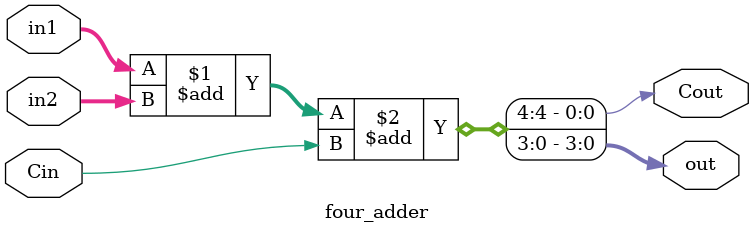
<source format=v>
module four_adder (
in1,
in2,
Cin,
Cout,
out
);
input [3:0] in1, in2;
input Cin;
output Cout;
output [3:0] out;
assign {Cout, out} = in1 + in2 + Cin;
endmodule
</source>
